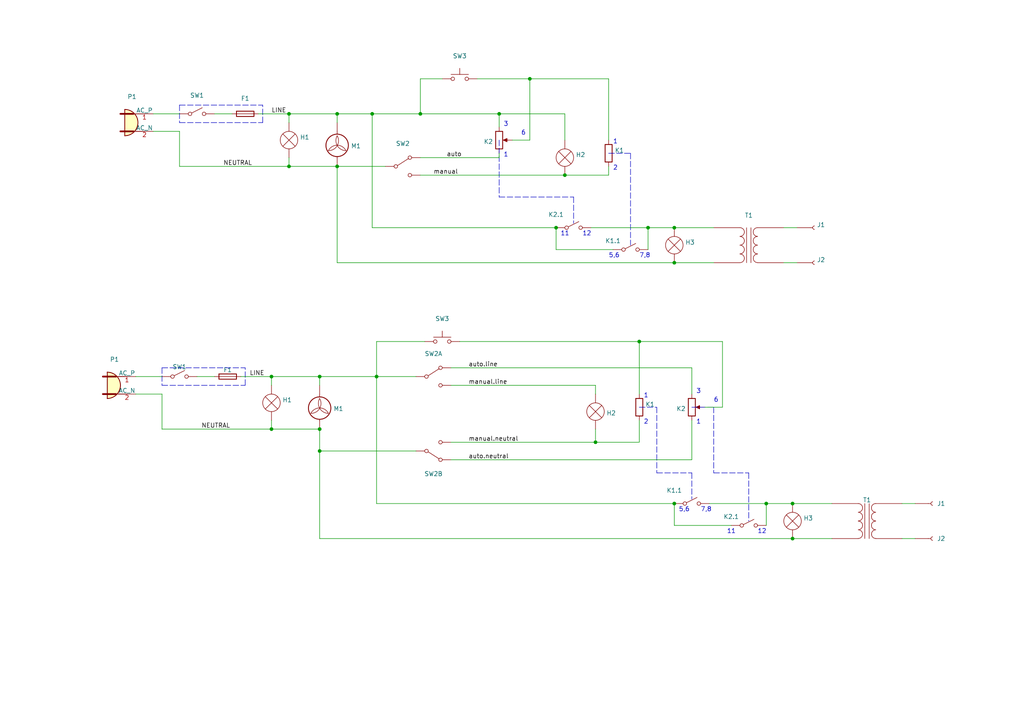
<source format=kicad_sch>
(kicad_sch (version 20211123) (generator eeschema)
  (paper "A4")
  (lib_symbols
    (symbol "Conn_01x01_Female_1" (pin_numbers hide) (pin_names (offset 1.016) hide)
      (property "Reference" "J" (at 0 2.54 0))
      (property "Value" "Conn_01x01_Female_1" (at 0 -2.54 0))
      (symbol "Conn_01x01_Female_1_1_1"
        (polyline (pts (xy -1.27 0) (xy -0.508 0)) (stroke (width 0.1524)))
        (arc (start 0 0.508) (mid -0.508 0) (end 0 -0.508) (stroke (width 0.1524)))
        (pin passive line (at -5.08 0 0) (length 3.81) (name "Pin_1") (number "1"))
      )
    )
    (symbol "Connector:Conn_01x01_Female" (pin_numbers hide) (pin_names (offset 1.016) hide)
      (property "Reference" "J" (at 0 2.54 0))
      (property "Value" "Conn_01x01_Female" (at 0 -2.54 0))
      (symbol "Conn_01x01_Female_1_1"
        (polyline (pts (xy -1.27 0) (xy -0.508 0)) (stroke (width 0.1524)))
        (arc (start 0 0.508) (mid -0.508 0) (end 0 -0.508) (stroke (width 0.1524)))
        (pin passive line (at -5.08 0 0) (length 3.81) (name "Pin_1") (number "1"))
      )
    )
    (symbol "Connector:Conn_WallPlug" (pin_names (offset 0))
      (property "Reference" "P" (at -1.27 4.445 0))
      (property "Value" "Conn_WallPlug" (at -5.715 0 90))
      (symbol "Conn_WallPlug_0_1"
        (arc (start -3.175 -3.81) (mid 0.635 0) (end -3.175 3.81) (stroke (width 0.254)) (fill (type background)))
        (polyline (pts (xy -4.445 -2.54) (xy -0.635 -2.54)) (stroke (width 0.508)))
        (polyline (pts (xy -4.445 2.54) (xy -0.635 2.54)) (stroke (width 0.508)))
        (polyline (pts (xy -3.175 -3.81) (xy -3.175 3.81)) (stroke (width 0.254)))
        (polyline (pts (xy -0.635 -2.54) (xy 2.54 -2.54)))
        (polyline (pts (xy -0.635 2.54) (xy 2.54 2.54)))
      )
      (symbol "Conn_WallPlug_1_1"
        (pin power_out line (at 5.08 2.54 180) (length 5.08) (name "AC_P") (number "1"))
        (pin power_out line (at 5.08 -2.54 180) (length 5.08) (name "AC_N") (number "2"))
      )
    )
    (symbol "Device:Fuse" (pin_numbers hide) (pin_names (offset 0))
      (property "Reference" "F" (at 2.032 0 90))
      (property "Value" "Fuse" (at -1.905 0 90))
      (symbol "Fuse_0_1"
        (rectangle (start -0.762 -2.54) (end 0.762 2.54) (stroke (width 0.254)))
        (polyline (pts (xy 0 2.54) (xy 0 -2.54)))
      )
      (symbol "Fuse_1_1"
        (pin passive line (at 0 3.81 270) (length 1.27) (name "~") (number "1"))
        (pin passive line (at 0 -3.81 90) (length 1.27) (name "~") (number "2"))
      )
    )
    (symbol "Device:Lamp" (pin_numbers hide) (pin_names (offset 0.0254) hide)
      (property "Reference" "LA" (at 0.635 3.81 0))
      (property "Value" "Lamp" (at 0.635 -3.81 0))
      (symbol "Lamp_0_1"
        (polyline (pts (xy -1.778 1.778) (xy 1.778 -1.778)))
        (polyline (pts (xy 1.778 1.778) (xy -1.778 -1.778)))
        (circle (center 0 0) (radius 2.54))
      )
      (symbol "Lamp_1_1"
        (pin passive line (at 0 -5.08 90) (length 2.54) (name "-") (number "1"))
        (pin passive line (at 0 5.08 270) (length 2.54) (name "+") (number "2"))
      )
    )
    (symbol "Device:R" (pin_numbers hide) (pin_names (offset 0))
      (property "Reference" "R" (at 2.032 0 90))
      (property "Value" "R" (at 0 0 90))
      (symbol "R_0_1"
        (rectangle (start -1.016 -2.54) (end 1.016 2.54) (stroke (width 0.254)))
      )
      (symbol "R_1_1"
        (pin passive line (at 0 3.81 270) (length 1.27) (name "~") (number "1"))
        (pin passive line (at 0 -3.81 90) (length 1.27) (name "~") (number "2"))
      )
    )
    (symbol "Device:R_Potentiometer" (pin_numbers hide) (pin_names (offset 1.016) hide)
      (property "Reference" "RV" (at -4.445 0 90))
      (property "Value" "R_Potentiometer" (at -2.54 0 90))
      (symbol "R_Potentiometer_0_1"
        (polyline (pts (xy 2.54 0) (xy 1.524 0)))
        (polyline (pts (xy 1.143 0) (xy 2.286 0.508) (xy 2.286 -0.508) (xy 1.143 0)) (fill (type outline)))
        (rectangle (start 1.016 2.54) (end -1.016 -2.54) (stroke (width 0.254)))
      )
      (symbol "R_Potentiometer_1_1"
        (pin passive line (at 0 3.81 270) (length 1.27) (name "1") (number "1"))
        (pin passive line (at 3.81 0 180) (length 1.27) (name "2") (number "2"))
        (pin passive line (at 0 -3.81 90) (length 1.27) (name "3") (number "3"))
      )
    )
    (symbol "Device:Transformer_1P_1S" (pin_numbers hide) (pin_names (offset 1.016) hide)
      (property "Reference" "T" (at 0 6.35 0))
      (property "Value" "Transformer_1P_1S" (at 0 -7.62 0))
      (symbol "Transformer_1P_1S_0_1"
        (arc (start -2.54 -5.0546) (mid -1.6599 -4.6901) (end -1.27 -3.81))
        (arc (start -2.54 -2.5146) (mid -1.6599 -2.1501) (end -1.27 -1.27))
        (arc (start -2.54 0.0254) (mid -1.6599 0.3899) (end -1.27 1.27))
        (arc (start -2.54 2.5654) (mid -1.6599 2.9299) (end -1.27 3.81))
        (arc (start -1.27 -3.81) (mid -1.642 -2.912) (end -2.54 -2.54))
        (arc (start -1.27 -1.27) (mid -1.642 -0.372) (end -2.54 0))
        (arc (start -1.27 1.27) (mid -1.642 2.168) (end -2.54 2.54))
        (arc (start -1.27 3.81) (mid -1.642 4.708) (end -2.54 5.08))
        (polyline (pts (xy -0.635 5.08) (xy -0.635 -5.08)))
        (polyline (pts (xy 0.635 -5.08) (xy 0.635 5.08)))
        (arc (start 1.2954 -1.27) (mid 1.6599 -2.1501) (end 2.54 -2.5146))
        (arc (start 1.2954 1.27) (mid 1.6599 0.3899) (end 2.54 0.0254))
        (arc (start 1.2954 3.81) (mid 1.6599 2.9299) (end 2.54 2.5654))
        (arc (start 1.3208 -3.81) (mid 1.6853 -4.6901) (end 2.5654 -5.0546))
        (arc (start 2.54 0) (mid 1.642 -0.372) (end 1.2954 -1.27))
        (arc (start 2.54 2.54) (mid 1.642 2.168) (end 1.2954 1.27))
        (arc (start 2.54 5.08) (mid 1.642 4.708) (end 1.2954 3.81))
        (arc (start 2.5654 -2.54) (mid 1.6674 -2.912) (end 1.3208 -3.81))
      )
      (symbol "Transformer_1P_1S_1_1"
        (pin passive line (at -10.16 5.08 0) (length 7.62) (name "AA") (number "1"))
        (pin passive line (at -10.16 -5.08 0) (length 7.62) (name "AB") (number "2"))
        (pin passive line (at 10.16 -5.08 180) (length 7.62) (name "SA") (number "3"))
        (pin passive line (at 10.16 5.08 180) (length 7.62) (name "SB") (number "4"))
      )
    )
    (symbol "Motor:Fan" (pin_numbers hide) (pin_names (offset 0) hide)
      (property "Reference" "M" (at 2.54 5.08 0))
      (property "Value" "Fan" (at 2.54 -2.54 0))
      (symbol "Fan_0_1"
        (arc (start -2.54 -0.508) (mid 0.0028 0.9121) (end 0 3.81))
        (polyline (pts (xy 0 -5.08) (xy 0 -4.572)))
        (polyline (pts (xy 0 -2.2352) (xy 0 -2.6416)))
        (polyline (pts (xy 0 4.2672) (xy 0 4.6228)))
        (polyline (pts (xy 0 4.572) (xy 0 5.08)))
        (circle (center 0 1.016) (radius 3.2512) (stroke (width 0.254)))
        (arc (start 0 3.81) (mid 0.053 0.921) (end 2.54 -0.508))
        (arc (start 2.54 -0.508) (mid 0 1.0618) (end -2.54 -0.508))
      )
      (symbol "Fan_1_1"
        (pin passive line (at 0 7.62 270) (length 2.54) (name "+") (number "1"))
        (pin passive line (at 0 -5.08 90) (length 2.54) (name "-") (number "2"))
      )
    )
    (symbol "SW_DPDT_x2_1" (pin_numbers hide) (pin_names (offset 0) hide)
      (property "Reference" "SW" (at 0 4.318 0))
      (property "Value" "SW_DPDT_x2_1" (at 0 -5.08 0))
      (symbol "SW_DPDT_x2_1_0_0"
        (circle (center -2.032 0) (radius 0.508))
        (circle (center 2.032 -2.54) (radius 0.508))
      )
      (symbol "SW_DPDT_x2_1_0_1"
        (polyline (pts (xy -1.524 0.254) (xy 1.651 2.286)))
        (circle (center 2.032 2.54) (radius 0.508))
      )
      (symbol "SW_DPDT_x2_1_1_1"
        (pin passive line (at 5.08 2.54 180) (length 2.54) (name "A") (number "1"))
        (pin passive line (at -5.08 0 0) (length 2.54) (name "B") (number "2"))
        (pin passive line (at 5.08 -2.54 180) (length 2.54) (name "C") (number "3"))
      )
      (symbol "SW_DPDT_x2_1_2_1"
        (pin passive line (at 5.08 2.54 180) (length 2.54) (name "A") (number "4"))
        (pin passive line (at -5.08 0 0) (length 2.54) (name "B") (number "5"))
        (pin passive line (at 5.08 -2.54 180) (length 2.54) (name "C") (number "6"))
      )
    )
    (symbol "SW_SPST_1" (pin_numbers hide) (pin_names (offset 0) hide)
      (property "Reference" "SW" (at 0 3.175 0))
      (property "Value" "SW_SPST_1" (at 0 -2.54 0))
      (symbol "SW_SPST_1_0_0"
        (circle (center -2.032 0) (radius 0.508))
        (polyline (pts (xy -1.524 0.254) (xy 1.524 1.778)))
        (circle (center 2.032 0) (radius 0.508))
      )
      (symbol "SW_SPST_1_1_1"
        (pin passive line (at -5.08 0 0) (length 2.54) (name "A") (number "1"))
        (pin passive line (at 5.08 0 180) (length 2.54) (name "B") (number "2"))
      )
    )
    (symbol "SW_SPST_2" (pin_numbers hide) (pin_names (offset 0) hide)
      (property "Reference" "SW" (at 0 3.175 0))
      (property "Value" "SW_SPST_2" (at 0 -2.54 0))
      (symbol "SW_SPST_2_0_0"
        (circle (center -2.032 0) (radius 0.508))
        (polyline (pts (xy -1.524 0.254) (xy 1.524 1.778)))
        (circle (center 2.032 0) (radius 0.508))
      )
      (symbol "SW_SPST_2_1_1"
        (pin passive line (at -5.08 0 0) (length 2.54) (name "A") (number "1"))
        (pin passive line (at 5.08 0 180) (length 2.54) (name "B") (number "2"))
      )
    )
    (symbol "Switch:SW_DPDT_x2" (pin_numbers hide) (pin_names (offset 0) hide)
      (property "Reference" "SW" (at 0 4.318 0))
      (property "Value" "SW_DPDT_x2" (at 0 -5.08 0))
      (symbol "SW_DPDT_x2_0_0"
        (circle (center -2.032 0) (radius 0.508))
        (circle (center 2.032 -2.54) (radius 0.508))
      )
      (symbol "SW_DPDT_x2_0_1"
        (polyline (pts (xy -1.524 0.254) (xy 1.651 2.286)))
        (circle (center 2.032 2.54) (radius 0.508))
      )
      (symbol "SW_DPDT_x2_1_1"
        (pin passive line (at 5.08 2.54 180) (length 2.54) (name "A") (number "1"))
        (pin passive line (at -5.08 0 0) (length 2.54) (name "B") (number "2"))
        (pin passive line (at 5.08 -2.54 180) (length 2.54) (name "C") (number "3"))
      )
      (symbol "SW_DPDT_x2_2_1"
        (pin passive line (at 5.08 2.54 180) (length 2.54) (name "A") (number "4"))
        (pin passive line (at -5.08 0 0) (length 2.54) (name "B") (number "5"))
        (pin passive line (at 5.08 -2.54 180) (length 2.54) (name "C") (number "6"))
      )
    )
    (symbol "Switch:SW_Push" (pin_numbers hide) (pin_names (offset 1.016) hide)
      (property "Reference" "SW" (at 1.27 2.54 0))
      (property "Value" "SW_Push" (at 0 -1.524 0))
      (symbol "SW_Push_0_1"
        (circle (center -2.032 0) (radius 0.508))
        (polyline (pts (xy 0 1.27) (xy 0 3.048)))
        (polyline (pts (xy 2.54 1.27) (xy -2.54 1.27)))
        (circle (center 2.032 0) (radius 0.508))
        (pin passive line (at -5.08 0 0) (length 2.54) (name "1") (number "1"))
        (pin passive line (at 5.08 0 180) (length 2.54) (name "2") (number "2"))
      )
    )
    (symbol "Switch:SW_SPDT" (pin_numbers hide) (pin_names (offset 0) hide)
      (property "Reference" "SW" (at 0 4.318 0))
      (property "Value" "SW_SPDT" (at 0 -5.08 0))
      (symbol "SW_SPDT_0_0"
        (circle (center -2.032 0) (radius 0.508))
        (circle (center 2.032 -2.54) (radius 0.508))
      )
      (symbol "SW_SPDT_0_1"
        (polyline (pts (xy -1.524 0.254) (xy 1.651 2.286)))
        (circle (center 2.032 2.54) (radius 0.508))
      )
      (symbol "SW_SPDT_1_1"
        (pin passive line (at 5.08 2.54 180) (length 2.54) (name "A") (number "1"))
        (pin passive line (at -5.08 0 0) (length 2.54) (name "B") (number "2"))
        (pin passive line (at 5.08 -2.54 180) (length 2.54) (name "C") (number "3"))
      )
    )
    (symbol "Switch:SW_SPST" (pin_numbers hide) (pin_names (offset 0) hide)
      (property "Reference" "SW" (at 0 3.175 0))
      (property "Value" "SW_SPST" (at 0 -2.54 0))
      (symbol "SW_SPST_0_0"
        (circle (center -2.032 0) (radius 0.508))
        (polyline (pts (xy -1.524 0.254) (xy 1.524 1.778)))
        (circle (center 2.032 0) (radius 0.508))
      )
      (symbol "SW_SPST_1_1"
        (pin passive line (at -5.08 0 0) (length 2.54) (name "A") (number "1"))
        (pin passive line (at 5.08 0 180) (length 2.54) (name "B") (number "2"))
      )
    )
  )
  (junction (at 97.79 33.02))
  (junction (at 195.58 66.04))
  (junction (at 195.58 76.2))
  (junction (at 144.78 33.02))
  (junction (at 185.42 99.06))
  (junction (at 97.79 48.26))
  (junction (at 229.87 156.21))
  (junction (at 83.82 33.02))
  (junction (at 187.96 66.04))
  (junction (at 172.72 128.27))
  (junction (at 83.82 48.26))
  (junction (at 78.74 124.46))
  (junction (at 78.74 109.22))
  (junction (at 92.71 109.22))
  (junction (at 109.22 109.22))
  (junction (at 153.67 22.86))
  (junction (at 229.87 146.05))
  (junction (at 222.25 146.05))
  (junction (at 161.29 66.04))
  (junction (at 92.71 130.81))
  (junction (at 195.58 146.05))
  (junction (at 121.92 33.02))
  (junction (at 163.83 50.8))
  (junction (at 107.95 33.02))
  (junction (at 92.71 124.46))
  (wire (pts (xy 97.79 48.26) (xy 111.76 48.26)))
  (wire (pts (xy 78.74 121.92) (xy 78.74 124.46)))
  (wire (pts (xy 176.53 22.86) (xy 176.53 40.64)))
  (wire (pts (xy 78.74 109.22) (xy 92.71 109.22)))
  (polyline (pts (xy 176.53 44.45) (xy 182.88 44.45)))
  (wire (pts (xy 133.35 99.06) (xy 185.42 99.06)))
  (wire (pts (xy 229.87 156.21) (xy 92.71 156.21)))
  (wire (pts (xy 109.22 109.22) (xy 120.65 109.22)))
  (wire (pts (xy 227.33 66.04) (xy 231.14 66.04)))
  (wire (pts (xy 97.79 33.02) (xy 107.95 33.02)))
  (polyline (pts (xy 200.66 118.11) (xy 207.01 118.11)))
  (wire (pts (xy 121.92 45.72) (xy 144.78 45.72)))
  (wire (pts (xy 121.92 22.86) (xy 128.27 22.86)))
  (wire (pts (xy 195.58 152.4) (xy 212.09 152.4)))
  (wire (pts (xy 39.37 109.22) (xy 46.99 109.22)))
  (wire (pts (xy 161.29 66.04) (xy 107.95 66.04)))
  (polyline (pts (xy 144.78 57.15) (xy 166.37 57.15)))
  (polyline (pts (xy 71.12 111.76) (xy 71.12 106.68)))
  (wire (pts (xy 97.79 76.2) (xy 97.79 48.26)))
  (wire (pts (xy 205.74 146.05) (xy 222.25 146.05)))
  (wire (pts (xy 130.81 128.27) (xy 172.72 128.27)))
  (polyline (pts (xy 144.78 40.64) (xy 144.78 57.15)))
  (wire (pts (xy 161.29 66.04) (xy 161.29 72.39)))
  (polyline (pts (xy 190.5 137.16) (xy 200.66 137.16)))
  (wire (pts (xy 172.72 111.76) (xy 172.72 114.3)))
  (wire (pts (xy 187.96 66.04) (xy 187.96 72.39)))
  (wire (pts (xy 195.58 76.2) (xy 207.01 76.2)))
  (polyline (pts (xy 200.66 137.16) (xy 200.66 144.78)))
  (polyline (pts (xy 46.99 106.68) (xy 71.12 106.68)))
  (wire (pts (xy 78.74 124.46) (xy 92.71 124.46)))
  (wire (pts (xy 69.85 109.22) (xy 78.74 109.22)))
  (wire (pts (xy 39.37 114.3) (xy 46.99 114.3)))
  (polyline (pts (xy 46.99 111.76) (xy 71.12 111.76)))
  (wire (pts (xy 222.25 146.05) (xy 222.25 152.4)))
  (wire (pts (xy 229.87 146.05) (xy 241.3 146.05)))
  (wire (pts (xy 52.07 48.26) (xy 83.82 48.26)))
  (wire (pts (xy 227.33 76.2) (xy 231.14 76.2)))
  (wire (pts (xy 62.23 33.02) (xy 67.31 33.02)))
  (polyline (pts (xy 52.07 35.56) (xy 76.2 35.56)))
  (wire (pts (xy 195.58 146.05) (xy 195.58 152.4)))
  (polyline (pts (xy 166.37 57.15) (xy 166.37 64.77)))
  (wire (pts (xy 92.71 130.81) (xy 120.65 130.81)))
  (polyline (pts (xy 52.07 30.48) (xy 76.2 30.48)))
  (polyline (pts (xy 76.2 35.56) (xy 76.2 30.48)))
  (polyline (pts (xy 207.01 118.11) (xy 207.01 137.16)))
  (wire (pts (xy 107.95 66.04) (xy 107.95 33.02)))
  (wire (pts (xy 46.99 124.46) (xy 46.99 114.3)))
  (wire (pts (xy 121.92 33.02) (xy 121.92 22.86)))
  (wire (pts (xy 195.58 66.04) (xy 207.01 66.04)))
  (wire (pts (xy 123.19 99.06) (xy 109.22 99.06)))
  (polyline (pts (xy 185.42 118.11) (xy 190.5 118.11)))
  (wire (pts (xy 200.66 121.92) (xy 200.66 133.35)))
  (wire (pts (xy 172.72 128.27) (xy 172.72 124.46)))
  (wire (pts (xy 200.66 114.3) (xy 200.66 106.68)))
  (wire (pts (xy 107.95 33.02) (xy 121.92 33.02)))
  (polyline (pts (xy 52.07 30.48) (xy 52.07 35.56)))
  (wire (pts (xy 163.83 50.8) (xy 176.53 50.8)))
  (wire (pts (xy 83.82 48.26) (xy 97.79 48.26)))
  (wire (pts (xy 195.58 146.05) (xy 109.22 146.05)))
  (wire (pts (xy 92.71 156.21) (xy 92.71 130.81)))
  (wire (pts (xy 78.74 109.22) (xy 78.74 111.76)))
  (wire (pts (xy 74.93 33.02) (xy 83.82 33.02)))
  (wire (pts (xy 52.07 48.26) (xy 52.07 38.1)))
  (wire (pts (xy 130.81 111.76) (xy 172.72 111.76)))
  (wire (pts (xy 163.83 33.02) (xy 144.78 33.02)))
  (polyline (pts (xy 207.01 137.16) (xy 217.17 137.16)))
  (wire (pts (xy 176.53 48.26) (xy 176.53 50.8)))
  (wire (pts (xy 144.78 33.02) (xy 121.92 33.02)))
  (wire (pts (xy 185.42 128.27) (xy 172.72 128.27)))
  (wire (pts (xy 185.42 99.06) (xy 185.42 114.3)))
  (wire (pts (xy 109.22 146.05) (xy 109.22 109.22)))
  (wire (pts (xy 83.82 45.72) (xy 83.82 48.26)))
  (wire (pts (xy 83.82 33.02) (xy 97.79 33.02)))
  (wire (pts (xy 261.62 156.21) (xy 265.43 156.21)))
  (wire (pts (xy 109.22 99.06) (xy 109.22 109.22)))
  (wire (pts (xy 144.78 36.83) (xy 144.78 33.02)))
  (wire (pts (xy 163.83 40.64) (xy 163.83 33.02)))
  (wire (pts (xy 187.96 66.04) (xy 195.58 66.04)))
  (wire (pts (xy 144.78 45.72) (xy 144.78 44.45)))
  (wire (pts (xy 222.25 146.05) (xy 229.87 146.05)))
  (wire (pts (xy 161.29 72.39) (xy 177.8 72.39)))
  (wire (pts (xy 171.45 66.04) (xy 187.96 66.04)))
  (wire (pts (xy 44.45 38.1) (xy 52.07 38.1)))
  (wire (pts (xy 185.42 99.06) (xy 209.55 99.06)))
  (wire (pts (xy 185.42 121.92) (xy 185.42 128.27)))
  (wire (pts (xy 92.71 109.22) (xy 109.22 109.22)))
  (wire (pts (xy 153.67 22.86) (xy 153.67 40.64)))
  (wire (pts (xy 130.81 133.35) (xy 200.66 133.35)))
  (polyline (pts (xy 190.5 118.11) (xy 190.5 137.16)))
  (wire (pts (xy 92.71 109.22) (xy 92.71 111.76)))
  (wire (pts (xy 209.55 99.06) (xy 209.55 118.11)))
  (wire (pts (xy 153.67 22.86) (xy 176.53 22.86)))
  (polyline (pts (xy 217.17 137.16) (xy 217.17 151.13)))
  (wire (pts (xy 83.82 33.02) (xy 83.82 35.56)))
  (wire (pts (xy 92.71 124.46) (xy 92.71 130.81)))
  (wire (pts (xy 200.66 106.68) (xy 130.81 106.68)))
  (wire (pts (xy 57.15 109.22) (xy 62.23 109.22)))
  (wire (pts (xy 44.45 33.02) (xy 52.07 33.02)))
  (wire (pts (xy 153.67 40.64) (xy 148.59 40.64)))
  (wire (pts (xy 97.79 33.02) (xy 97.79 35.56)))
  (wire (pts (xy 138.43 22.86) (xy 153.67 22.86)))
  (wire (pts (xy 229.87 156.21) (xy 241.3 156.21)))
  (polyline (pts (xy 182.88 44.45) (xy 182.88 71.12)))
  (wire (pts (xy 97.79 76.2) (xy 195.58 76.2)))
  (wire (pts (xy 121.92 50.8) (xy 163.83 50.8)))
  (wire (pts (xy 261.62 146.05) (xy 265.43 146.05)))
  (wire (pts (xy 46.99 124.46) (xy 78.74 124.46)))
  (polyline (pts (xy 46.99 106.68) (xy 46.99 111.76)))
  (wire (pts (xy 209.55 118.11) (xy 204.47 118.11)))
  (text "3" (at 201.93 114.3 0) (effects (font (size 1.27 1.27)) (justify left bottom)))
  (text "1" (at 146.05 45.72 0) (effects (font (size 1.27 1.27)) (justify left bottom)))
  (text "5,6" (at 176.53 74.93 0) (effects (font (size 1.27 1.27)) (justify left bottom)))
  (text "7,8" (at 203.2 148.59 0) (effects (font (size 1.27 1.27)) (justify left bottom)))
  (text "11" (at 210.82 154.94 0) (effects (font (size 1.27 1.27)) (justify left bottom)))
  (text "11" (at 162.56 68.58 0) (effects (font (size 1.27 1.27)) (justify left bottom)))
  (text "2" (at 186.69 123.19 0) (effects (font (size 1.27 1.27)) (justify left bottom)))
  (text "7,8" (at 185.42 74.93 0) (effects (font (size 1.27 1.27)) (justify left bottom)))
  (text "1" (at 201.93 123.19 0) (effects (font (size 1.27 1.27)) (justify left bottom)))
  (text "6" (at 151.13 39.37 0) (effects (font (size 1.27 1.27)) (justify left bottom)))
  (text "12" (at 168.91 68.58 0) (effects (font (size 1.27 1.27)) (justify left bottom)))
  (text "12" (at 219.71 154.94 0) (effects (font (size 1.27 1.27)) (justify left bottom)))
  (text "2" (at 177.8 49.53 0) (effects (font (size 1.27 1.27)) (justify left bottom)))
  (text "3" (at 146.05 36.83 0) (effects (font (size 1.27 1.27)) (justify left bottom)))
  (text "1" (at 186.69 115.57 0) (effects (font (size 1.27 1.27)) (justify left bottom)))
  (text "5,6" (at 196.85 148.59 0) (effects (font (size 1.27 1.27)) (justify left bottom)))
  (text "6" (at 207.01 116.84 0) (effects (font (size 1.27 1.27)) (justify left bottom)))
  (text "1" (at 177.8 41.91 0) (effects (font (size 1.27 1.27)) (justify left bottom)))
  (label "manual.neutral" (at 135.89 128.27 0))
  (label "auto" (at 129.54 45.72 0))
  (label "NEUTRAL" (at 58.42 124.46 0))
  (label "auto.neutral" (at 135.89 133.35 0))
  (label "manual" (at 125.73 50.8 0))
  (label "auto.line" (at 135.89 106.68 0))
  (label "LINE" (at 78.74 33.02 0))
  (label "LINE" (at 72.39 109.22 0))
  (label "manual.line" (at 135.89 111.76 0))
  (label "NEUTRAL" (at 64.77 48.26 0))
  (symbol (lib_id "Device:Fuse") (at 66.04 109.22 90) (unit 1)
    (property "Reference" "F1" (at 66.04 107.2952 90))
    (property "Value" "Fuse" (effects hide))
  )
  (symbol (lib_name "SW_SPST_2") (lib_id "Switch:SW_SPST") (at 217.17 152.4 0) (unit 1)
    (property "Reference" "K2.1" (at 212.09 149.86 0))
    (property "Value" "SW_SPST" (effects hide))
  )
  (symbol (lib_id "Device:Lamp") (at 172.72 119.38 0) (unit 1)
    (property "Reference" "H2" (at 175.895 119.8138 0) (effects (justify left)))
    (property "Value" "Lamp" (effects hide))
  )
  (symbol (lib_name "SW_SPST_2") (lib_id "Switch:SW_SPST") (at 182.88 72.39 0) (unit 1)
    (property "Reference" "K1.1" (at 177.8 69.85 0))
    (property "Value" "SW_SPST" (effects hide))
  )
  (symbol (lib_id "Device:Transformer_1P_1S") (at 217.17 71.12 0) (unit 1)
    (property "Reference" "T1" (at 217.1827 62.4671 0))
    (property "Value" "Transformer_1P_1S" (effects hide))
  )
  (symbol (lib_id "Connector:Conn_WallPlug") (at 39.37 35.56 0) (unit 1)
    (property "Reference" "P1" (at 38.2905 28.0502 0))
    (property "Value" "Conn_WallPlug" (effects hide))
  )
  (symbol (lib_id "Switch:SW_SPST") (at 57.15 33.02 0) (unit 1)
    (property "Reference" "SW1" (at 57.15 27.6692 0))
    (property "Value" "SW_SPST" (effects hide))
  )
  (symbol (lib_name "Conn_01x01_Female_1") (lib_id "Connector:Conn_01x01_Female") (at 270.51 146.05 0) (unit 1)
    (property "Reference" "J1" (at 271.78 146.0499 0) (effects (justify left)))
    (property "Value" "Conn_01x01_Female" (effects hide))
  )
  (symbol (lib_id "Device:Lamp") (at 83.82 40.64 0) (unit 1)
    (property "Reference" "H1" (at 86.995 39.8053 0) (effects (justify left)))
    (property "Value" "Lamp" (effects hide))
  )
  (symbol (lib_id "Switch:SW_SPDT") (at 116.84 48.26 0) (unit 1)
    (property "Reference" "SW2" (at 116.84 41.6392 0))
    (property "Value" "SW_SPDT" (effects hide))
  )
  (symbol (lib_id "Switch:SW_Push") (at 128.27 99.06 0) (unit 1)
    (property "Reference" "SW3" (at 128.27 92.4392 0))
    (property "Value" "SW_Push" (effects hide))
  )
  (symbol (lib_id "Device:Lamp") (at 229.87 151.13 0) (unit 1)
    (property "Reference" "H3" (at 233.045 150.2953 0) (effects (justify left)))
    (property "Value" "Lamp" (effects hide))
  )
  (symbol (lib_id "Device:Transformer_1P_1S") (at 251.46 151.13 0) (unit 1)
    (property "Reference" "T1" (at 251.4727 145.014 0))
    (property "Value" "Transformer_1P_1S" (effects hide))
  )
  (symbol (lib_id "Connector:Conn_01x01_Female") (at 236.22 76.2 0) (unit 1)
    (property "Reference" "J2" (at 236.9312 75.3653 0) (effects (justify left)))
    (property "Value" "Conn_01x01_Female" (effects hide))
  )
  (symbol (lib_id "Device:R") (at 176.53 44.45 0) (unit 1)
    (property "Reference" "K1" (at 178.308 43.6153 0) (effects (justify left)))
    (property "Value" "R" (effects hide))
  )
  (symbol (lib_id "Motor:Fan") (at 92.71 119.38 0) (unit 1)
    (property "Reference" "M1" (at 96.7232 118.5453 0) (effects (justify left)))
    (property "Value" "Fan" (effects hide))
  )
  (symbol (lib_name "SW_SPST_1") (lib_id "Switch:SW_SPST") (at 166.37 66.04 0) (unit 1)
    (property "Reference" "K2.1" (at 161.29 62.23 0))
    (property "Value" "SW_SPST" (effects hide))
  )
  (symbol (lib_id "Device:Fuse") (at 71.12 33.02 90) (unit 1)
    (property "Reference" "F1" (at 71.12 28.5582 90))
    (property "Value" "Fuse" (effects hide))
  )
  (symbol (lib_id "Switch:SW_DPDT_x2") (at 125.73 130.81 0) (mirror x) (unit 2)
    (property "Reference" "SW2" (at 125.73 137.4308 0))
    (property "Value" "SW_DPDT_x2" (effects hide))
  )
  (symbol (lib_id "Device:R") (at 185.42 118.11 0) (unit 1)
    (property "Reference" "K1" (at 187.198 117.2753 0) (effects (justify left)))
    (property "Value" "R" (effects hide))
  )
  (symbol (lib_id "Motor:Fan") (at 97.79 43.18 0) (unit 1)
    (property "Reference" "M1" (at 101.8032 42.3453 0) (effects (justify left)))
    (property "Value" "Fan" (effects hide))
  )
  (symbol (lib_id "Switch:SW_SPST") (at 52.07 109.22 0) (unit 1)
    (property "Reference" "SW1" (at 52.07 106.4062 0))
    (property "Value" "SW_SPST" (effects hide))
  )
  (symbol (lib_name "SW_DPDT_x2_1") (lib_id "Switch:SW_DPDT_x2") (at 125.73 109.22 0) (unit 1)
    (property "Reference" "SW2" (at 125.73 102.5992 0))
    (property "Value" "SW_DPDT_x2" (effects hide))
  )
  (symbol (lib_name "SW_SPST_1") (lib_id "Switch:SW_SPST") (at 200.66 146.05 0) (unit 1)
    (property "Reference" "K1.1" (at 195.58 142.24 0))
    (property "Value" "SW_SPST" (effects hide))
  )
  (symbol (lib_name "Conn_01x01_Female_1") (lib_id "Connector:Conn_01x01_Female") (at 236.22 66.04 0) (unit 1)
    (property "Reference" "J1" (at 236.9312 65.2053 0) (effects (justify left)))
    (property "Value" "Conn_01x01_Female" (effects hide))
  )
  (symbol (lib_id "Device:Lamp") (at 195.58 71.12 0) (unit 1)
    (property "Reference" "H3" (at 198.755 70.2853 0) (effects (justify left)))
    (property "Value" "Lamp" (effects hide))
  )
  (symbol (lib_id "Device:Lamp") (at 163.83 45.72 0) (unit 1)
    (property "Reference" "H2" (at 167.005 44.8853 0) (effects (justify left)))
    (property "Value" "Lamp" (effects hide))
  )
  (symbol (lib_id "Device:R_Potentiometer") (at 200.66 118.11 0) (unit 1)
    (property "Reference" "K2" (at 198.8821 118.5438 0) (effects (justify right)))
    (property "Value" "R_Potentiometer" (effects hide))
  )
  (symbol (lib_id "Connector:Conn_01x01_Female") (at 270.51 156.21 0) (unit 1)
    (property "Reference" "J2" (at 271.78 156.2099 0) (effects (justify left)))
    (property "Value" "Conn_01x01_Female" (effects hide))
  )
  (symbol (lib_id "Switch:SW_Push") (at 133.35 22.86 0) (unit 1)
    (property "Reference" "SW3" (at 133.35 16.2392 0))
    (property "Value" "SW_Push" (effects hide))
  )
  (symbol (lib_id "Device:Lamp") (at 78.74 116.84 0) (unit 1)
    (property "Reference" "H1" (at 81.915 116.0053 0) (effects (justify left)))
    (property "Value" "Lamp" (effects hide))
  )
  (symbol (lib_id "Device:R_Potentiometer") (at 144.78 40.64 0) (unit 1)
    (property "Reference" "K2" (at 143.0021 41.0738 0) (effects (justify right)))
    (property "Value" "R_Potentiometer" (effects hide))
  )
  (symbol (lib_id "Connector:Conn_WallPlug") (at 34.29 111.76 0) (unit 1)
    (property "Reference" "P1" (at 33.2105 104.2502 0))
    (property "Value" "Conn_WallPlug" (effects hide))
  )
)
</source>
